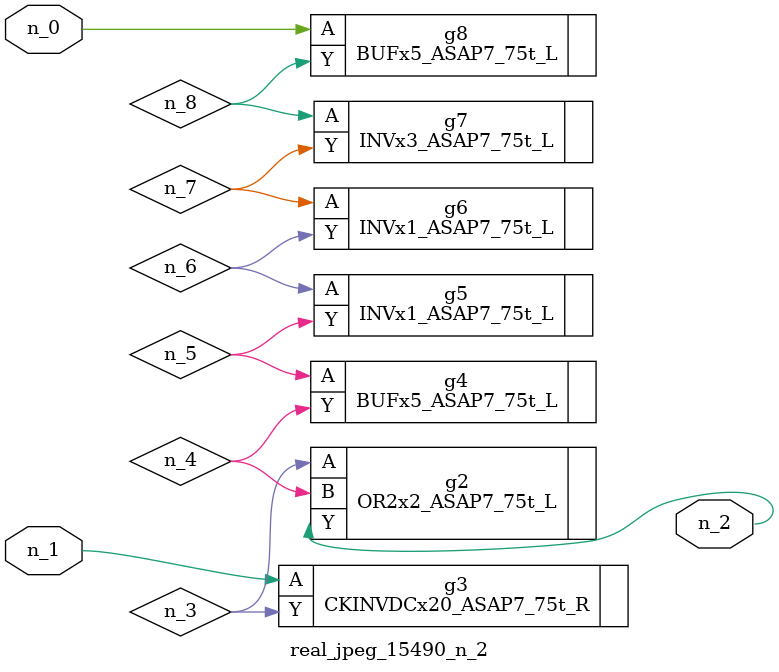
<source format=v>
module real_jpeg_15490_n_2 (n_1, n_0, n_2);

input n_1;
input n_0;

output n_2;

wire n_5;
wire n_4;
wire n_8;
wire n_6;
wire n_7;
wire n_3;

BUFx5_ASAP7_75t_L g8 ( 
.A(n_0),
.Y(n_8)
);

CKINVDCx20_ASAP7_75t_R g3 ( 
.A(n_1),
.Y(n_3)
);

OR2x2_ASAP7_75t_L g2 ( 
.A(n_3),
.B(n_4),
.Y(n_2)
);

BUFx5_ASAP7_75t_L g4 ( 
.A(n_5),
.Y(n_4)
);

INVx1_ASAP7_75t_L g5 ( 
.A(n_6),
.Y(n_5)
);

INVx1_ASAP7_75t_L g6 ( 
.A(n_7),
.Y(n_6)
);

INVx3_ASAP7_75t_L g7 ( 
.A(n_8),
.Y(n_7)
);


endmodule
</source>
